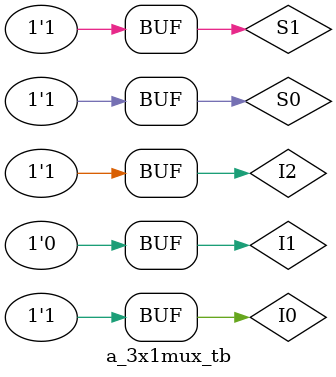
<source format=v>
module  a_mux2x1(i0,i1,s0,y);

input i0,i1,s0;
output y;

assign y=s0?i1:i0;
endmodule

module a_3x1mux(i0,i1,i2,s0,s1,y);

input i0,i1,i2;
input s0,s1;

output y;

wire l;

a_mux2x1 dut1 (i0,i1,s0,l);
a_mux2x1 dut2 (l,i2,s1,y);


endmodule

module a_3x1mux_tb;

reg I0,I1,I2,S0,S1;
wire Y;

a_3x1mux dut(I0,I1,I2,S0,S1,Y);


initial begin
    $monitor("%0d\ti0=%b\ti1=%b\ti2=%b\ts0=%b\ts1=%b\ty=%b",$time,I0,I1,I2,S0,S1,Y);
       I0 = 1; I1 = 0; I2 = 0; S0=0; S1=0;
    #5 I0 = 0; I1 = 1; I2 = 0; S0=0; S1=1;
    #5 I0 = 0; I1 = 0; I2 = 1; S0=1; S1=0;
    #5 I0 = 1; I1 = 0; I2 = 1; S0=1; S1=1;
end
endmodule

</source>
